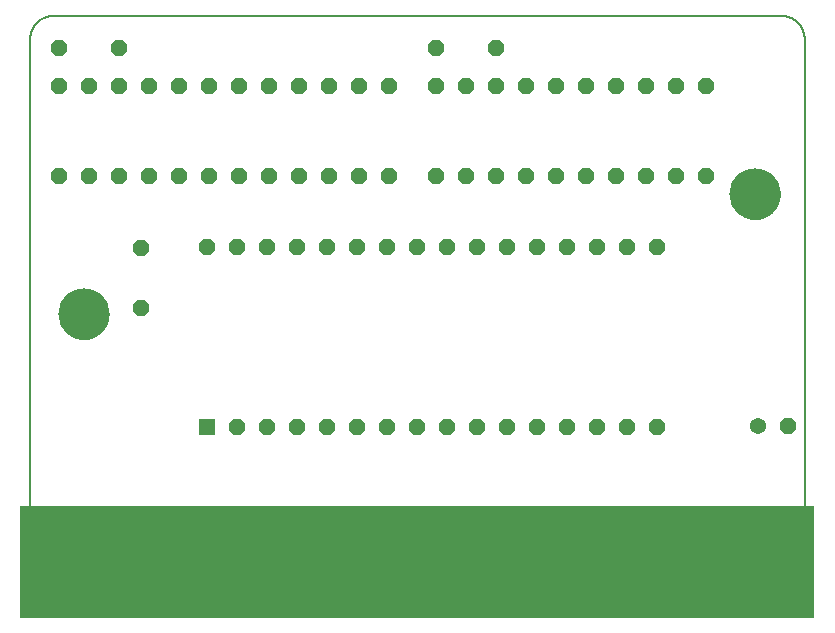
<source format=gbs>
G75*
%MOIN*%
%OFA0B0*%
%FSLAX25Y25*%
%IPPOS*%
%LPD*%
%AMOC8*
5,1,8,0,0,1.08239X$1,22.5*
%
%ADD10C,0.00600*%
%ADD11R,0.05400X0.05400*%
%ADD12OC8,0.05400*%
%ADD13C,0.05400*%
%ADD14C,0.01650*%
%ADD15C,0.00000*%
%ADD16C,0.17135*%
%ADD17R,2.65000X0.37500*%
D10*
X0073680Y0007250D02*
X0076493Y0004438D01*
X0328993Y0004438D01*
X0331805Y0007250D01*
X0331805Y0194125D01*
X0331803Y0194306D01*
X0331796Y0194487D01*
X0331785Y0194668D01*
X0331770Y0194849D01*
X0331750Y0195029D01*
X0331726Y0195209D01*
X0331698Y0195388D01*
X0331665Y0195566D01*
X0331628Y0195743D01*
X0331587Y0195920D01*
X0331542Y0196095D01*
X0331492Y0196270D01*
X0331438Y0196443D01*
X0331380Y0196614D01*
X0331318Y0196785D01*
X0331251Y0196953D01*
X0331181Y0197120D01*
X0331107Y0197286D01*
X0331028Y0197449D01*
X0330946Y0197610D01*
X0330860Y0197770D01*
X0330770Y0197927D01*
X0330676Y0198082D01*
X0330579Y0198235D01*
X0330477Y0198385D01*
X0330373Y0198533D01*
X0330264Y0198679D01*
X0330153Y0198821D01*
X0330037Y0198961D01*
X0329919Y0199098D01*
X0329797Y0199233D01*
X0329672Y0199364D01*
X0329544Y0199492D01*
X0329413Y0199617D01*
X0329278Y0199739D01*
X0329141Y0199857D01*
X0329001Y0199973D01*
X0328859Y0200084D01*
X0328713Y0200193D01*
X0328565Y0200297D01*
X0328415Y0200399D01*
X0328262Y0200496D01*
X0328107Y0200590D01*
X0327950Y0200680D01*
X0327790Y0200766D01*
X0327629Y0200848D01*
X0327466Y0200927D01*
X0327300Y0201001D01*
X0327133Y0201071D01*
X0326965Y0201138D01*
X0326794Y0201200D01*
X0326623Y0201258D01*
X0326450Y0201312D01*
X0326275Y0201362D01*
X0326100Y0201407D01*
X0325923Y0201448D01*
X0325746Y0201485D01*
X0325568Y0201518D01*
X0325389Y0201546D01*
X0325209Y0201570D01*
X0325029Y0201590D01*
X0324848Y0201605D01*
X0324667Y0201616D01*
X0324486Y0201623D01*
X0324305Y0201625D01*
X0081180Y0201625D01*
X0080999Y0201623D01*
X0080818Y0201616D01*
X0080637Y0201605D01*
X0080456Y0201590D01*
X0080276Y0201570D01*
X0080096Y0201546D01*
X0079917Y0201518D01*
X0079739Y0201485D01*
X0079562Y0201448D01*
X0079385Y0201407D01*
X0079210Y0201362D01*
X0079035Y0201312D01*
X0078862Y0201258D01*
X0078691Y0201200D01*
X0078520Y0201138D01*
X0078352Y0201071D01*
X0078185Y0201001D01*
X0078019Y0200927D01*
X0077856Y0200848D01*
X0077695Y0200766D01*
X0077535Y0200680D01*
X0077378Y0200590D01*
X0077223Y0200496D01*
X0077070Y0200399D01*
X0076920Y0200297D01*
X0076772Y0200193D01*
X0076626Y0200084D01*
X0076484Y0199973D01*
X0076344Y0199857D01*
X0076207Y0199739D01*
X0076072Y0199617D01*
X0075941Y0199492D01*
X0075813Y0199364D01*
X0075688Y0199233D01*
X0075566Y0199098D01*
X0075448Y0198961D01*
X0075332Y0198821D01*
X0075221Y0198679D01*
X0075112Y0198533D01*
X0075008Y0198385D01*
X0074906Y0198235D01*
X0074809Y0198082D01*
X0074715Y0197927D01*
X0074625Y0197770D01*
X0074539Y0197610D01*
X0074457Y0197449D01*
X0074378Y0197286D01*
X0074304Y0197120D01*
X0074234Y0196953D01*
X0074167Y0196785D01*
X0074105Y0196614D01*
X0074047Y0196443D01*
X0073993Y0196270D01*
X0073943Y0196095D01*
X0073898Y0195920D01*
X0073857Y0195743D01*
X0073820Y0195566D01*
X0073787Y0195388D01*
X0073759Y0195209D01*
X0073735Y0195029D01*
X0073715Y0194849D01*
X0073700Y0194668D01*
X0073689Y0194487D01*
X0073682Y0194306D01*
X0073680Y0194125D01*
X0073680Y0007250D01*
D11*
X0132743Y0064625D03*
D12*
X0142743Y0064625D03*
X0152743Y0064625D03*
X0162743Y0064625D03*
X0172743Y0064625D03*
X0182743Y0064625D03*
X0192743Y0064625D03*
X0202743Y0064625D03*
X0212743Y0064625D03*
X0222743Y0064625D03*
X0232743Y0064625D03*
X0242743Y0064625D03*
X0252743Y0064625D03*
X0262743Y0064625D03*
X0272743Y0064625D03*
X0282743Y0064625D03*
X0326180Y0064875D03*
X0282743Y0124625D03*
X0272743Y0124625D03*
X0262743Y0124625D03*
X0252743Y0124625D03*
X0242743Y0124625D03*
X0232743Y0124625D03*
X0222743Y0124625D03*
X0212743Y0124625D03*
X0202743Y0124625D03*
X0192743Y0124625D03*
X0182743Y0124625D03*
X0172743Y0124625D03*
X0162743Y0124625D03*
X0152743Y0124625D03*
X0142743Y0124625D03*
X0132743Y0124625D03*
X0110555Y0124437D03*
X0110555Y0104437D03*
X0113368Y0148375D03*
X0123368Y0148375D03*
X0133368Y0148375D03*
X0143368Y0148375D03*
X0153368Y0148375D03*
X0163368Y0148375D03*
X0173368Y0148375D03*
X0183368Y0148375D03*
X0193368Y0148375D03*
X0208993Y0148188D03*
X0218993Y0148188D03*
X0228993Y0148188D03*
X0238993Y0148188D03*
X0248993Y0148188D03*
X0258993Y0148188D03*
X0268993Y0148188D03*
X0278993Y0148188D03*
X0288993Y0148188D03*
X0298993Y0148188D03*
X0298993Y0178187D03*
X0288993Y0178187D03*
X0278993Y0178187D03*
X0268993Y0178187D03*
X0258993Y0178187D03*
X0248993Y0178187D03*
X0238993Y0178187D03*
X0228993Y0178187D03*
X0218993Y0178187D03*
X0208993Y0178187D03*
X0193368Y0178375D03*
X0183368Y0178375D03*
X0173368Y0178375D03*
X0163368Y0178375D03*
X0153368Y0178375D03*
X0143368Y0178375D03*
X0133368Y0178375D03*
X0123368Y0178375D03*
X0113368Y0178375D03*
X0103368Y0178375D03*
X0093368Y0178375D03*
X0083368Y0178375D03*
X0083181Y0191000D03*
X0103181Y0191000D03*
X0103368Y0148375D03*
X0093368Y0148375D03*
X0083368Y0148375D03*
X0209017Y0190838D03*
X0229017Y0190838D03*
D13*
X0316180Y0064875D03*
D14*
X0315218Y0035725D02*
X0310268Y0035725D01*
X0315218Y0035725D02*
X0315218Y0011275D01*
X0310268Y0011275D01*
X0310268Y0035725D01*
X0310268Y0012924D02*
X0315218Y0012924D01*
X0315218Y0014573D02*
X0310268Y0014573D01*
X0310268Y0016222D02*
X0315218Y0016222D01*
X0315218Y0017871D02*
X0310268Y0017871D01*
X0310268Y0019520D02*
X0315218Y0019520D01*
X0315218Y0021169D02*
X0310268Y0021169D01*
X0310268Y0022818D02*
X0315218Y0022818D01*
X0315218Y0024467D02*
X0310268Y0024467D01*
X0310268Y0026116D02*
X0315218Y0026116D01*
X0315218Y0027765D02*
X0310268Y0027765D01*
X0310268Y0029414D02*
X0315218Y0029414D01*
X0315218Y0031063D02*
X0310268Y0031063D01*
X0310268Y0032712D02*
X0315218Y0032712D01*
X0315218Y0034361D02*
X0310268Y0034361D01*
X0305218Y0035725D02*
X0300268Y0035725D01*
X0305218Y0035725D02*
X0305218Y0011275D01*
X0300268Y0011275D01*
X0300268Y0035725D01*
X0300268Y0012924D02*
X0305218Y0012924D01*
X0305218Y0014573D02*
X0300268Y0014573D01*
X0300268Y0016222D02*
X0305218Y0016222D01*
X0305218Y0017871D02*
X0300268Y0017871D01*
X0300268Y0019520D02*
X0305218Y0019520D01*
X0305218Y0021169D02*
X0300268Y0021169D01*
X0300268Y0022818D02*
X0305218Y0022818D01*
X0305218Y0024467D02*
X0300268Y0024467D01*
X0300268Y0026116D02*
X0305218Y0026116D01*
X0305218Y0027765D02*
X0300268Y0027765D01*
X0300268Y0029414D02*
X0305218Y0029414D01*
X0305218Y0031063D02*
X0300268Y0031063D01*
X0300268Y0032712D02*
X0305218Y0032712D01*
X0305218Y0034361D02*
X0300268Y0034361D01*
X0295218Y0035725D02*
X0290268Y0035725D01*
X0295218Y0035725D02*
X0295218Y0011275D01*
X0290268Y0011275D01*
X0290268Y0035725D01*
X0290268Y0012924D02*
X0295218Y0012924D01*
X0295218Y0014573D02*
X0290268Y0014573D01*
X0290268Y0016222D02*
X0295218Y0016222D01*
X0295218Y0017871D02*
X0290268Y0017871D01*
X0290268Y0019520D02*
X0295218Y0019520D01*
X0295218Y0021169D02*
X0290268Y0021169D01*
X0290268Y0022818D02*
X0295218Y0022818D01*
X0295218Y0024467D02*
X0290268Y0024467D01*
X0290268Y0026116D02*
X0295218Y0026116D01*
X0295218Y0027765D02*
X0290268Y0027765D01*
X0290268Y0029414D02*
X0295218Y0029414D01*
X0295218Y0031063D02*
X0290268Y0031063D01*
X0290268Y0032712D02*
X0295218Y0032712D01*
X0295218Y0034361D02*
X0290268Y0034361D01*
X0285218Y0035725D02*
X0280268Y0035725D01*
X0285218Y0035725D02*
X0285218Y0011275D01*
X0280268Y0011275D01*
X0280268Y0035725D01*
X0280268Y0012924D02*
X0285218Y0012924D01*
X0285218Y0014573D02*
X0280268Y0014573D01*
X0280268Y0016222D02*
X0285218Y0016222D01*
X0285218Y0017871D02*
X0280268Y0017871D01*
X0280268Y0019520D02*
X0285218Y0019520D01*
X0285218Y0021169D02*
X0280268Y0021169D01*
X0280268Y0022818D02*
X0285218Y0022818D01*
X0285218Y0024467D02*
X0280268Y0024467D01*
X0280268Y0026116D02*
X0285218Y0026116D01*
X0285218Y0027765D02*
X0280268Y0027765D01*
X0280268Y0029414D02*
X0285218Y0029414D01*
X0285218Y0031063D02*
X0280268Y0031063D01*
X0280268Y0032712D02*
X0285218Y0032712D01*
X0285218Y0034361D02*
X0280268Y0034361D01*
X0275218Y0035725D02*
X0270268Y0035725D01*
X0275218Y0035725D02*
X0275218Y0011275D01*
X0270268Y0011275D01*
X0270268Y0035725D01*
X0270268Y0012924D02*
X0275218Y0012924D01*
X0275218Y0014573D02*
X0270268Y0014573D01*
X0270268Y0016222D02*
X0275218Y0016222D01*
X0275218Y0017871D02*
X0270268Y0017871D01*
X0270268Y0019520D02*
X0275218Y0019520D01*
X0275218Y0021169D02*
X0270268Y0021169D01*
X0270268Y0022818D02*
X0275218Y0022818D01*
X0275218Y0024467D02*
X0270268Y0024467D01*
X0270268Y0026116D02*
X0275218Y0026116D01*
X0275218Y0027765D02*
X0270268Y0027765D01*
X0270268Y0029414D02*
X0275218Y0029414D01*
X0275218Y0031063D02*
X0270268Y0031063D01*
X0270268Y0032712D02*
X0275218Y0032712D01*
X0275218Y0034361D02*
X0270268Y0034361D01*
X0265218Y0035725D02*
X0260268Y0035725D01*
X0265218Y0035725D02*
X0265218Y0011275D01*
X0260268Y0011275D01*
X0260268Y0035725D01*
X0260268Y0012924D02*
X0265218Y0012924D01*
X0265218Y0014573D02*
X0260268Y0014573D01*
X0260268Y0016222D02*
X0265218Y0016222D01*
X0265218Y0017871D02*
X0260268Y0017871D01*
X0260268Y0019520D02*
X0265218Y0019520D01*
X0265218Y0021169D02*
X0260268Y0021169D01*
X0260268Y0022818D02*
X0265218Y0022818D01*
X0265218Y0024467D02*
X0260268Y0024467D01*
X0260268Y0026116D02*
X0265218Y0026116D01*
X0265218Y0027765D02*
X0260268Y0027765D01*
X0260268Y0029414D02*
X0265218Y0029414D01*
X0265218Y0031063D02*
X0260268Y0031063D01*
X0260268Y0032712D02*
X0265218Y0032712D01*
X0265218Y0034361D02*
X0260268Y0034361D01*
X0255218Y0035725D02*
X0250268Y0035725D01*
X0255218Y0035725D02*
X0255218Y0011275D01*
X0250268Y0011275D01*
X0250268Y0035725D01*
X0250268Y0012924D02*
X0255218Y0012924D01*
X0255218Y0014573D02*
X0250268Y0014573D01*
X0250268Y0016222D02*
X0255218Y0016222D01*
X0255218Y0017871D02*
X0250268Y0017871D01*
X0250268Y0019520D02*
X0255218Y0019520D01*
X0255218Y0021169D02*
X0250268Y0021169D01*
X0250268Y0022818D02*
X0255218Y0022818D01*
X0255218Y0024467D02*
X0250268Y0024467D01*
X0250268Y0026116D02*
X0255218Y0026116D01*
X0255218Y0027765D02*
X0250268Y0027765D01*
X0250268Y0029414D02*
X0255218Y0029414D01*
X0255218Y0031063D02*
X0250268Y0031063D01*
X0250268Y0032712D02*
X0255218Y0032712D01*
X0255218Y0034361D02*
X0250268Y0034361D01*
X0245218Y0035725D02*
X0240268Y0035725D01*
X0245218Y0035725D02*
X0245218Y0011275D01*
X0240268Y0011275D01*
X0240268Y0035725D01*
X0240268Y0012924D02*
X0245218Y0012924D01*
X0245218Y0014573D02*
X0240268Y0014573D01*
X0240268Y0016222D02*
X0245218Y0016222D01*
X0245218Y0017871D02*
X0240268Y0017871D01*
X0240268Y0019520D02*
X0245218Y0019520D01*
X0245218Y0021169D02*
X0240268Y0021169D01*
X0240268Y0022818D02*
X0245218Y0022818D01*
X0245218Y0024467D02*
X0240268Y0024467D01*
X0240268Y0026116D02*
X0245218Y0026116D01*
X0245218Y0027765D02*
X0240268Y0027765D01*
X0240268Y0029414D02*
X0245218Y0029414D01*
X0245218Y0031063D02*
X0240268Y0031063D01*
X0240268Y0032712D02*
X0245218Y0032712D01*
X0245218Y0034361D02*
X0240268Y0034361D01*
X0235218Y0035725D02*
X0230268Y0035725D01*
X0235218Y0035725D02*
X0235218Y0011275D01*
X0230268Y0011275D01*
X0230268Y0035725D01*
X0230268Y0012924D02*
X0235218Y0012924D01*
X0235218Y0014573D02*
X0230268Y0014573D01*
X0230268Y0016222D02*
X0235218Y0016222D01*
X0235218Y0017871D02*
X0230268Y0017871D01*
X0230268Y0019520D02*
X0235218Y0019520D01*
X0235218Y0021169D02*
X0230268Y0021169D01*
X0230268Y0022818D02*
X0235218Y0022818D01*
X0235218Y0024467D02*
X0230268Y0024467D01*
X0230268Y0026116D02*
X0235218Y0026116D01*
X0235218Y0027765D02*
X0230268Y0027765D01*
X0230268Y0029414D02*
X0235218Y0029414D01*
X0235218Y0031063D02*
X0230268Y0031063D01*
X0230268Y0032712D02*
X0235218Y0032712D01*
X0235218Y0034361D02*
X0230268Y0034361D01*
X0225218Y0035725D02*
X0220268Y0035725D01*
X0225218Y0035725D02*
X0225218Y0011275D01*
X0220268Y0011275D01*
X0220268Y0035725D01*
X0220268Y0012924D02*
X0225218Y0012924D01*
X0225218Y0014573D02*
X0220268Y0014573D01*
X0220268Y0016222D02*
X0225218Y0016222D01*
X0225218Y0017871D02*
X0220268Y0017871D01*
X0220268Y0019520D02*
X0225218Y0019520D01*
X0225218Y0021169D02*
X0220268Y0021169D01*
X0220268Y0022818D02*
X0225218Y0022818D01*
X0225218Y0024467D02*
X0220268Y0024467D01*
X0220268Y0026116D02*
X0225218Y0026116D01*
X0225218Y0027765D02*
X0220268Y0027765D01*
X0220268Y0029414D02*
X0225218Y0029414D01*
X0225218Y0031063D02*
X0220268Y0031063D01*
X0220268Y0032712D02*
X0225218Y0032712D01*
X0225218Y0034361D02*
X0220268Y0034361D01*
X0215218Y0035725D02*
X0210268Y0035725D01*
X0215218Y0035725D02*
X0215218Y0011275D01*
X0210268Y0011275D01*
X0210268Y0035725D01*
X0210268Y0012924D02*
X0215218Y0012924D01*
X0215218Y0014573D02*
X0210268Y0014573D01*
X0210268Y0016222D02*
X0215218Y0016222D01*
X0215218Y0017871D02*
X0210268Y0017871D01*
X0210268Y0019520D02*
X0215218Y0019520D01*
X0215218Y0021169D02*
X0210268Y0021169D01*
X0210268Y0022818D02*
X0215218Y0022818D01*
X0215218Y0024467D02*
X0210268Y0024467D01*
X0210268Y0026116D02*
X0215218Y0026116D01*
X0215218Y0027765D02*
X0210268Y0027765D01*
X0210268Y0029414D02*
X0215218Y0029414D01*
X0215218Y0031063D02*
X0210268Y0031063D01*
X0210268Y0032712D02*
X0215218Y0032712D01*
X0215218Y0034361D02*
X0210268Y0034361D01*
X0205218Y0035725D02*
X0200268Y0035725D01*
X0205218Y0035725D02*
X0205218Y0011275D01*
X0200268Y0011275D01*
X0200268Y0035725D01*
X0200268Y0012924D02*
X0205218Y0012924D01*
X0205218Y0014573D02*
X0200268Y0014573D01*
X0200268Y0016222D02*
X0205218Y0016222D01*
X0205218Y0017871D02*
X0200268Y0017871D01*
X0200268Y0019520D02*
X0205218Y0019520D01*
X0205218Y0021169D02*
X0200268Y0021169D01*
X0200268Y0022818D02*
X0205218Y0022818D01*
X0205218Y0024467D02*
X0200268Y0024467D01*
X0200268Y0026116D02*
X0205218Y0026116D01*
X0205218Y0027765D02*
X0200268Y0027765D01*
X0200268Y0029414D02*
X0205218Y0029414D01*
X0205218Y0031063D02*
X0200268Y0031063D01*
X0200268Y0032712D02*
X0205218Y0032712D01*
X0205218Y0034361D02*
X0200268Y0034361D01*
X0195218Y0035725D02*
X0190268Y0035725D01*
X0195218Y0035725D02*
X0195218Y0011275D01*
X0190268Y0011275D01*
X0190268Y0035725D01*
X0190268Y0012924D02*
X0195218Y0012924D01*
X0195218Y0014573D02*
X0190268Y0014573D01*
X0190268Y0016222D02*
X0195218Y0016222D01*
X0195218Y0017871D02*
X0190268Y0017871D01*
X0190268Y0019520D02*
X0195218Y0019520D01*
X0195218Y0021169D02*
X0190268Y0021169D01*
X0190268Y0022818D02*
X0195218Y0022818D01*
X0195218Y0024467D02*
X0190268Y0024467D01*
X0190268Y0026116D02*
X0195218Y0026116D01*
X0195218Y0027765D02*
X0190268Y0027765D01*
X0190268Y0029414D02*
X0195218Y0029414D01*
X0195218Y0031063D02*
X0190268Y0031063D01*
X0190268Y0032712D02*
X0195218Y0032712D01*
X0195218Y0034361D02*
X0190268Y0034361D01*
X0185218Y0035725D02*
X0180268Y0035725D01*
X0185218Y0035725D02*
X0185218Y0011275D01*
X0180268Y0011275D01*
X0180268Y0035725D01*
X0180268Y0012924D02*
X0185218Y0012924D01*
X0185218Y0014573D02*
X0180268Y0014573D01*
X0180268Y0016222D02*
X0185218Y0016222D01*
X0185218Y0017871D02*
X0180268Y0017871D01*
X0180268Y0019520D02*
X0185218Y0019520D01*
X0185218Y0021169D02*
X0180268Y0021169D01*
X0180268Y0022818D02*
X0185218Y0022818D01*
X0185218Y0024467D02*
X0180268Y0024467D01*
X0180268Y0026116D02*
X0185218Y0026116D01*
X0185218Y0027765D02*
X0180268Y0027765D01*
X0180268Y0029414D02*
X0185218Y0029414D01*
X0185218Y0031063D02*
X0180268Y0031063D01*
X0180268Y0032712D02*
X0185218Y0032712D01*
X0185218Y0034361D02*
X0180268Y0034361D01*
X0175218Y0035725D02*
X0170268Y0035725D01*
X0175218Y0035725D02*
X0175218Y0011275D01*
X0170268Y0011275D01*
X0170268Y0035725D01*
X0170268Y0012924D02*
X0175218Y0012924D01*
X0175218Y0014573D02*
X0170268Y0014573D01*
X0170268Y0016222D02*
X0175218Y0016222D01*
X0175218Y0017871D02*
X0170268Y0017871D01*
X0170268Y0019520D02*
X0175218Y0019520D01*
X0175218Y0021169D02*
X0170268Y0021169D01*
X0170268Y0022818D02*
X0175218Y0022818D01*
X0175218Y0024467D02*
X0170268Y0024467D01*
X0170268Y0026116D02*
X0175218Y0026116D01*
X0175218Y0027765D02*
X0170268Y0027765D01*
X0170268Y0029414D02*
X0175218Y0029414D01*
X0175218Y0031063D02*
X0170268Y0031063D01*
X0170268Y0032712D02*
X0175218Y0032712D01*
X0175218Y0034361D02*
X0170268Y0034361D01*
X0165218Y0035725D02*
X0160268Y0035725D01*
X0165218Y0035725D02*
X0165218Y0011275D01*
X0160268Y0011275D01*
X0160268Y0035725D01*
X0160268Y0012924D02*
X0165218Y0012924D01*
X0165218Y0014573D02*
X0160268Y0014573D01*
X0160268Y0016222D02*
X0165218Y0016222D01*
X0165218Y0017871D02*
X0160268Y0017871D01*
X0160268Y0019520D02*
X0165218Y0019520D01*
X0165218Y0021169D02*
X0160268Y0021169D01*
X0160268Y0022818D02*
X0165218Y0022818D01*
X0165218Y0024467D02*
X0160268Y0024467D01*
X0160268Y0026116D02*
X0165218Y0026116D01*
X0165218Y0027765D02*
X0160268Y0027765D01*
X0160268Y0029414D02*
X0165218Y0029414D01*
X0165218Y0031063D02*
X0160268Y0031063D01*
X0160268Y0032712D02*
X0165218Y0032712D01*
X0165218Y0034361D02*
X0160268Y0034361D01*
X0155218Y0035725D02*
X0150268Y0035725D01*
X0155218Y0035725D02*
X0155218Y0011275D01*
X0150268Y0011275D01*
X0150268Y0035725D01*
X0150268Y0012924D02*
X0155218Y0012924D01*
X0155218Y0014573D02*
X0150268Y0014573D01*
X0150268Y0016222D02*
X0155218Y0016222D01*
X0155218Y0017871D02*
X0150268Y0017871D01*
X0150268Y0019520D02*
X0155218Y0019520D01*
X0155218Y0021169D02*
X0150268Y0021169D01*
X0150268Y0022818D02*
X0155218Y0022818D01*
X0155218Y0024467D02*
X0150268Y0024467D01*
X0150268Y0026116D02*
X0155218Y0026116D01*
X0155218Y0027765D02*
X0150268Y0027765D01*
X0150268Y0029414D02*
X0155218Y0029414D01*
X0155218Y0031063D02*
X0150268Y0031063D01*
X0150268Y0032712D02*
X0155218Y0032712D01*
X0155218Y0034361D02*
X0150268Y0034361D01*
X0145218Y0035725D02*
X0140268Y0035725D01*
X0145218Y0035725D02*
X0145218Y0011275D01*
X0140268Y0011275D01*
X0140268Y0035725D01*
X0140268Y0012924D02*
X0145218Y0012924D01*
X0145218Y0014573D02*
X0140268Y0014573D01*
X0140268Y0016222D02*
X0145218Y0016222D01*
X0145218Y0017871D02*
X0140268Y0017871D01*
X0140268Y0019520D02*
X0145218Y0019520D01*
X0145218Y0021169D02*
X0140268Y0021169D01*
X0140268Y0022818D02*
X0145218Y0022818D01*
X0145218Y0024467D02*
X0140268Y0024467D01*
X0140268Y0026116D02*
X0145218Y0026116D01*
X0145218Y0027765D02*
X0140268Y0027765D01*
X0140268Y0029414D02*
X0145218Y0029414D01*
X0145218Y0031063D02*
X0140268Y0031063D01*
X0140268Y0032712D02*
X0145218Y0032712D01*
X0145218Y0034361D02*
X0140268Y0034361D01*
X0135218Y0035725D02*
X0130268Y0035725D01*
X0135218Y0035725D02*
X0135218Y0011275D01*
X0130268Y0011275D01*
X0130268Y0035725D01*
X0130268Y0012924D02*
X0135218Y0012924D01*
X0135218Y0014573D02*
X0130268Y0014573D01*
X0130268Y0016222D02*
X0135218Y0016222D01*
X0135218Y0017871D02*
X0130268Y0017871D01*
X0130268Y0019520D02*
X0135218Y0019520D01*
X0135218Y0021169D02*
X0130268Y0021169D01*
X0130268Y0022818D02*
X0135218Y0022818D01*
X0135218Y0024467D02*
X0130268Y0024467D01*
X0130268Y0026116D02*
X0135218Y0026116D01*
X0135218Y0027765D02*
X0130268Y0027765D01*
X0130268Y0029414D02*
X0135218Y0029414D01*
X0135218Y0031063D02*
X0130268Y0031063D01*
X0130268Y0032712D02*
X0135218Y0032712D01*
X0135218Y0034361D02*
X0130268Y0034361D01*
X0125218Y0035725D02*
X0120268Y0035725D01*
X0125218Y0035725D02*
X0125218Y0011275D01*
X0120268Y0011275D01*
X0120268Y0035725D01*
X0120268Y0012924D02*
X0125218Y0012924D01*
X0125218Y0014573D02*
X0120268Y0014573D01*
X0120268Y0016222D02*
X0125218Y0016222D01*
X0125218Y0017871D02*
X0120268Y0017871D01*
X0120268Y0019520D02*
X0125218Y0019520D01*
X0125218Y0021169D02*
X0120268Y0021169D01*
X0120268Y0022818D02*
X0125218Y0022818D01*
X0125218Y0024467D02*
X0120268Y0024467D01*
X0120268Y0026116D02*
X0125218Y0026116D01*
X0125218Y0027765D02*
X0120268Y0027765D01*
X0120268Y0029414D02*
X0125218Y0029414D01*
X0125218Y0031063D02*
X0120268Y0031063D01*
X0120268Y0032712D02*
X0125218Y0032712D01*
X0125218Y0034361D02*
X0120268Y0034361D01*
X0115218Y0035725D02*
X0110268Y0035725D01*
X0115218Y0035725D02*
X0115218Y0011275D01*
X0110268Y0011275D01*
X0110268Y0035725D01*
X0110268Y0012924D02*
X0115218Y0012924D01*
X0115218Y0014573D02*
X0110268Y0014573D01*
X0110268Y0016222D02*
X0115218Y0016222D01*
X0115218Y0017871D02*
X0110268Y0017871D01*
X0110268Y0019520D02*
X0115218Y0019520D01*
X0115218Y0021169D02*
X0110268Y0021169D01*
X0110268Y0022818D02*
X0115218Y0022818D01*
X0115218Y0024467D02*
X0110268Y0024467D01*
X0110268Y0026116D02*
X0115218Y0026116D01*
X0115218Y0027765D02*
X0110268Y0027765D01*
X0110268Y0029414D02*
X0115218Y0029414D01*
X0115218Y0031063D02*
X0110268Y0031063D01*
X0110268Y0032712D02*
X0115218Y0032712D01*
X0115218Y0034361D02*
X0110268Y0034361D01*
X0105218Y0035725D02*
X0100268Y0035725D01*
X0105218Y0035725D02*
X0105218Y0011275D01*
X0100268Y0011275D01*
X0100268Y0035725D01*
X0100268Y0012924D02*
X0105218Y0012924D01*
X0105218Y0014573D02*
X0100268Y0014573D01*
X0100268Y0016222D02*
X0105218Y0016222D01*
X0105218Y0017871D02*
X0100268Y0017871D01*
X0100268Y0019520D02*
X0105218Y0019520D01*
X0105218Y0021169D02*
X0100268Y0021169D01*
X0100268Y0022818D02*
X0105218Y0022818D01*
X0105218Y0024467D02*
X0100268Y0024467D01*
X0100268Y0026116D02*
X0105218Y0026116D01*
X0105218Y0027765D02*
X0100268Y0027765D01*
X0100268Y0029414D02*
X0105218Y0029414D01*
X0105218Y0031063D02*
X0100268Y0031063D01*
X0100268Y0032712D02*
X0105218Y0032712D01*
X0105218Y0034361D02*
X0100268Y0034361D01*
X0095218Y0035725D02*
X0090268Y0035725D01*
X0095218Y0035725D02*
X0095218Y0011275D01*
X0090268Y0011275D01*
X0090268Y0035725D01*
X0090268Y0012924D02*
X0095218Y0012924D01*
X0095218Y0014573D02*
X0090268Y0014573D01*
X0090268Y0016222D02*
X0095218Y0016222D01*
X0095218Y0017871D02*
X0090268Y0017871D01*
X0090268Y0019520D02*
X0095218Y0019520D01*
X0095218Y0021169D02*
X0090268Y0021169D01*
X0090268Y0022818D02*
X0095218Y0022818D01*
X0095218Y0024467D02*
X0090268Y0024467D01*
X0090268Y0026116D02*
X0095218Y0026116D01*
X0095218Y0027765D02*
X0090268Y0027765D01*
X0090268Y0029414D02*
X0095218Y0029414D01*
X0095218Y0031063D02*
X0090268Y0031063D01*
X0090268Y0032712D02*
X0095218Y0032712D01*
X0095218Y0034361D02*
X0090268Y0034361D01*
X0085218Y0035725D02*
X0080268Y0035725D01*
X0085218Y0035725D02*
X0085218Y0011275D01*
X0080268Y0011275D01*
X0080268Y0035725D01*
X0080268Y0012924D02*
X0085218Y0012924D01*
X0085218Y0014573D02*
X0080268Y0014573D01*
X0080268Y0016222D02*
X0085218Y0016222D01*
X0085218Y0017871D02*
X0080268Y0017871D01*
X0080268Y0019520D02*
X0085218Y0019520D01*
X0085218Y0021169D02*
X0080268Y0021169D01*
X0080268Y0022818D02*
X0085218Y0022818D01*
X0085218Y0024467D02*
X0080268Y0024467D01*
X0080268Y0026116D02*
X0085218Y0026116D01*
X0085218Y0027765D02*
X0080268Y0027765D01*
X0080268Y0029414D02*
X0085218Y0029414D01*
X0085218Y0031063D02*
X0080268Y0031063D01*
X0080268Y0032712D02*
X0085218Y0032712D01*
X0085218Y0034361D02*
X0080268Y0034361D01*
X0320268Y0035725D02*
X0325218Y0035725D01*
X0325218Y0011275D01*
X0320268Y0011275D01*
X0320268Y0035725D01*
X0320268Y0012924D02*
X0325218Y0012924D01*
X0325218Y0014573D02*
X0320268Y0014573D01*
X0320268Y0016222D02*
X0325218Y0016222D01*
X0325218Y0017871D02*
X0320268Y0017871D01*
X0320268Y0019520D02*
X0325218Y0019520D01*
X0325218Y0021169D02*
X0320268Y0021169D01*
X0320268Y0022818D02*
X0325218Y0022818D01*
X0325218Y0024467D02*
X0320268Y0024467D01*
X0320268Y0026116D02*
X0325218Y0026116D01*
X0325218Y0027765D02*
X0320268Y0027765D01*
X0320268Y0029414D02*
X0325218Y0029414D01*
X0325218Y0031063D02*
X0320268Y0031063D01*
X0320268Y0032712D02*
X0325218Y0032712D01*
X0325218Y0034361D02*
X0320268Y0034361D01*
D15*
X0306975Y0142250D02*
X0306977Y0142453D01*
X0306985Y0142656D01*
X0306997Y0142858D01*
X0307015Y0143060D01*
X0307037Y0143262D01*
X0307064Y0143463D01*
X0307097Y0143664D01*
X0307134Y0143863D01*
X0307176Y0144062D01*
X0307223Y0144259D01*
X0307274Y0144455D01*
X0307331Y0144650D01*
X0307392Y0144844D01*
X0307458Y0145035D01*
X0307529Y0145226D01*
X0307604Y0145414D01*
X0307684Y0145601D01*
X0307769Y0145785D01*
X0307858Y0145967D01*
X0307951Y0146148D01*
X0308049Y0146325D01*
X0308151Y0146501D01*
X0308258Y0146673D01*
X0308368Y0146843D01*
X0308483Y0147011D01*
X0308602Y0147175D01*
X0308725Y0147337D01*
X0308852Y0147495D01*
X0308982Y0147650D01*
X0309117Y0147802D01*
X0309255Y0147951D01*
X0309397Y0148096D01*
X0309542Y0148238D01*
X0309691Y0148376D01*
X0309843Y0148511D01*
X0309998Y0148641D01*
X0310156Y0148768D01*
X0310318Y0148891D01*
X0310482Y0149010D01*
X0310650Y0149125D01*
X0310820Y0149235D01*
X0310992Y0149342D01*
X0311168Y0149444D01*
X0311345Y0149542D01*
X0311526Y0149635D01*
X0311708Y0149724D01*
X0311892Y0149809D01*
X0312079Y0149889D01*
X0312267Y0149964D01*
X0312458Y0150035D01*
X0312649Y0150101D01*
X0312843Y0150162D01*
X0313038Y0150219D01*
X0313234Y0150270D01*
X0313431Y0150317D01*
X0313630Y0150359D01*
X0313829Y0150396D01*
X0314030Y0150429D01*
X0314231Y0150456D01*
X0314433Y0150478D01*
X0314635Y0150496D01*
X0314837Y0150508D01*
X0315040Y0150516D01*
X0315243Y0150518D01*
X0315446Y0150516D01*
X0315649Y0150508D01*
X0315851Y0150496D01*
X0316053Y0150478D01*
X0316255Y0150456D01*
X0316456Y0150429D01*
X0316657Y0150396D01*
X0316856Y0150359D01*
X0317055Y0150317D01*
X0317252Y0150270D01*
X0317448Y0150219D01*
X0317643Y0150162D01*
X0317837Y0150101D01*
X0318028Y0150035D01*
X0318219Y0149964D01*
X0318407Y0149889D01*
X0318594Y0149809D01*
X0318778Y0149724D01*
X0318960Y0149635D01*
X0319141Y0149542D01*
X0319318Y0149444D01*
X0319494Y0149342D01*
X0319666Y0149235D01*
X0319836Y0149125D01*
X0320004Y0149010D01*
X0320168Y0148891D01*
X0320330Y0148768D01*
X0320488Y0148641D01*
X0320643Y0148511D01*
X0320795Y0148376D01*
X0320944Y0148238D01*
X0321089Y0148096D01*
X0321231Y0147951D01*
X0321369Y0147802D01*
X0321504Y0147650D01*
X0321634Y0147495D01*
X0321761Y0147337D01*
X0321884Y0147175D01*
X0322003Y0147011D01*
X0322118Y0146843D01*
X0322228Y0146673D01*
X0322335Y0146501D01*
X0322437Y0146325D01*
X0322535Y0146148D01*
X0322628Y0145967D01*
X0322717Y0145785D01*
X0322802Y0145601D01*
X0322882Y0145414D01*
X0322957Y0145226D01*
X0323028Y0145035D01*
X0323094Y0144844D01*
X0323155Y0144650D01*
X0323212Y0144455D01*
X0323263Y0144259D01*
X0323310Y0144062D01*
X0323352Y0143863D01*
X0323389Y0143664D01*
X0323422Y0143463D01*
X0323449Y0143262D01*
X0323471Y0143060D01*
X0323489Y0142858D01*
X0323501Y0142656D01*
X0323509Y0142453D01*
X0323511Y0142250D01*
X0323509Y0142047D01*
X0323501Y0141844D01*
X0323489Y0141642D01*
X0323471Y0141440D01*
X0323449Y0141238D01*
X0323422Y0141037D01*
X0323389Y0140836D01*
X0323352Y0140637D01*
X0323310Y0140438D01*
X0323263Y0140241D01*
X0323212Y0140045D01*
X0323155Y0139850D01*
X0323094Y0139656D01*
X0323028Y0139465D01*
X0322957Y0139274D01*
X0322882Y0139086D01*
X0322802Y0138899D01*
X0322717Y0138715D01*
X0322628Y0138533D01*
X0322535Y0138352D01*
X0322437Y0138175D01*
X0322335Y0137999D01*
X0322228Y0137827D01*
X0322118Y0137657D01*
X0322003Y0137489D01*
X0321884Y0137325D01*
X0321761Y0137163D01*
X0321634Y0137005D01*
X0321504Y0136850D01*
X0321369Y0136698D01*
X0321231Y0136549D01*
X0321089Y0136404D01*
X0320944Y0136262D01*
X0320795Y0136124D01*
X0320643Y0135989D01*
X0320488Y0135859D01*
X0320330Y0135732D01*
X0320168Y0135609D01*
X0320004Y0135490D01*
X0319836Y0135375D01*
X0319666Y0135265D01*
X0319494Y0135158D01*
X0319318Y0135056D01*
X0319141Y0134958D01*
X0318960Y0134865D01*
X0318778Y0134776D01*
X0318594Y0134691D01*
X0318407Y0134611D01*
X0318219Y0134536D01*
X0318028Y0134465D01*
X0317837Y0134399D01*
X0317643Y0134338D01*
X0317448Y0134281D01*
X0317252Y0134230D01*
X0317055Y0134183D01*
X0316856Y0134141D01*
X0316657Y0134104D01*
X0316456Y0134071D01*
X0316255Y0134044D01*
X0316053Y0134022D01*
X0315851Y0134004D01*
X0315649Y0133992D01*
X0315446Y0133984D01*
X0315243Y0133982D01*
X0315040Y0133984D01*
X0314837Y0133992D01*
X0314635Y0134004D01*
X0314433Y0134022D01*
X0314231Y0134044D01*
X0314030Y0134071D01*
X0313829Y0134104D01*
X0313630Y0134141D01*
X0313431Y0134183D01*
X0313234Y0134230D01*
X0313038Y0134281D01*
X0312843Y0134338D01*
X0312649Y0134399D01*
X0312458Y0134465D01*
X0312267Y0134536D01*
X0312079Y0134611D01*
X0311892Y0134691D01*
X0311708Y0134776D01*
X0311526Y0134865D01*
X0311345Y0134958D01*
X0311168Y0135056D01*
X0310992Y0135158D01*
X0310820Y0135265D01*
X0310650Y0135375D01*
X0310482Y0135490D01*
X0310318Y0135609D01*
X0310156Y0135732D01*
X0309998Y0135859D01*
X0309843Y0135989D01*
X0309691Y0136124D01*
X0309542Y0136262D01*
X0309397Y0136404D01*
X0309255Y0136549D01*
X0309117Y0136698D01*
X0308982Y0136850D01*
X0308852Y0137005D01*
X0308725Y0137163D01*
X0308602Y0137325D01*
X0308483Y0137489D01*
X0308368Y0137657D01*
X0308258Y0137827D01*
X0308151Y0137999D01*
X0308049Y0138175D01*
X0307951Y0138352D01*
X0307858Y0138533D01*
X0307769Y0138715D01*
X0307684Y0138899D01*
X0307604Y0139086D01*
X0307529Y0139274D01*
X0307458Y0139465D01*
X0307392Y0139656D01*
X0307331Y0139850D01*
X0307274Y0140045D01*
X0307223Y0140241D01*
X0307176Y0140438D01*
X0307134Y0140637D01*
X0307097Y0140836D01*
X0307064Y0141037D01*
X0307037Y0141238D01*
X0307015Y0141440D01*
X0306997Y0141642D01*
X0306985Y0141844D01*
X0306977Y0142047D01*
X0306975Y0142250D01*
X0083254Y0102250D02*
X0083256Y0102453D01*
X0083264Y0102656D01*
X0083276Y0102858D01*
X0083294Y0103060D01*
X0083316Y0103262D01*
X0083343Y0103463D01*
X0083376Y0103664D01*
X0083413Y0103863D01*
X0083455Y0104062D01*
X0083502Y0104259D01*
X0083553Y0104455D01*
X0083610Y0104650D01*
X0083671Y0104844D01*
X0083737Y0105035D01*
X0083808Y0105226D01*
X0083883Y0105414D01*
X0083963Y0105601D01*
X0084048Y0105785D01*
X0084137Y0105967D01*
X0084230Y0106148D01*
X0084328Y0106325D01*
X0084430Y0106501D01*
X0084537Y0106673D01*
X0084647Y0106843D01*
X0084762Y0107011D01*
X0084881Y0107175D01*
X0085004Y0107337D01*
X0085131Y0107495D01*
X0085261Y0107650D01*
X0085396Y0107802D01*
X0085534Y0107951D01*
X0085676Y0108096D01*
X0085821Y0108238D01*
X0085970Y0108376D01*
X0086122Y0108511D01*
X0086277Y0108641D01*
X0086435Y0108768D01*
X0086597Y0108891D01*
X0086761Y0109010D01*
X0086929Y0109125D01*
X0087099Y0109235D01*
X0087271Y0109342D01*
X0087447Y0109444D01*
X0087624Y0109542D01*
X0087805Y0109635D01*
X0087987Y0109724D01*
X0088171Y0109809D01*
X0088358Y0109889D01*
X0088546Y0109964D01*
X0088737Y0110035D01*
X0088928Y0110101D01*
X0089122Y0110162D01*
X0089317Y0110219D01*
X0089513Y0110270D01*
X0089710Y0110317D01*
X0089909Y0110359D01*
X0090108Y0110396D01*
X0090309Y0110429D01*
X0090510Y0110456D01*
X0090712Y0110478D01*
X0090914Y0110496D01*
X0091116Y0110508D01*
X0091319Y0110516D01*
X0091522Y0110518D01*
X0091725Y0110516D01*
X0091928Y0110508D01*
X0092130Y0110496D01*
X0092332Y0110478D01*
X0092534Y0110456D01*
X0092735Y0110429D01*
X0092936Y0110396D01*
X0093135Y0110359D01*
X0093334Y0110317D01*
X0093531Y0110270D01*
X0093727Y0110219D01*
X0093922Y0110162D01*
X0094116Y0110101D01*
X0094307Y0110035D01*
X0094498Y0109964D01*
X0094686Y0109889D01*
X0094873Y0109809D01*
X0095057Y0109724D01*
X0095239Y0109635D01*
X0095420Y0109542D01*
X0095597Y0109444D01*
X0095773Y0109342D01*
X0095945Y0109235D01*
X0096115Y0109125D01*
X0096283Y0109010D01*
X0096447Y0108891D01*
X0096609Y0108768D01*
X0096767Y0108641D01*
X0096922Y0108511D01*
X0097074Y0108376D01*
X0097223Y0108238D01*
X0097368Y0108096D01*
X0097510Y0107951D01*
X0097648Y0107802D01*
X0097783Y0107650D01*
X0097913Y0107495D01*
X0098040Y0107337D01*
X0098163Y0107175D01*
X0098282Y0107011D01*
X0098397Y0106843D01*
X0098507Y0106673D01*
X0098614Y0106501D01*
X0098716Y0106325D01*
X0098814Y0106148D01*
X0098907Y0105967D01*
X0098996Y0105785D01*
X0099081Y0105601D01*
X0099161Y0105414D01*
X0099236Y0105226D01*
X0099307Y0105035D01*
X0099373Y0104844D01*
X0099434Y0104650D01*
X0099491Y0104455D01*
X0099542Y0104259D01*
X0099589Y0104062D01*
X0099631Y0103863D01*
X0099668Y0103664D01*
X0099701Y0103463D01*
X0099728Y0103262D01*
X0099750Y0103060D01*
X0099768Y0102858D01*
X0099780Y0102656D01*
X0099788Y0102453D01*
X0099790Y0102250D01*
X0099788Y0102047D01*
X0099780Y0101844D01*
X0099768Y0101642D01*
X0099750Y0101440D01*
X0099728Y0101238D01*
X0099701Y0101037D01*
X0099668Y0100836D01*
X0099631Y0100637D01*
X0099589Y0100438D01*
X0099542Y0100241D01*
X0099491Y0100045D01*
X0099434Y0099850D01*
X0099373Y0099656D01*
X0099307Y0099465D01*
X0099236Y0099274D01*
X0099161Y0099086D01*
X0099081Y0098899D01*
X0098996Y0098715D01*
X0098907Y0098533D01*
X0098814Y0098352D01*
X0098716Y0098175D01*
X0098614Y0097999D01*
X0098507Y0097827D01*
X0098397Y0097657D01*
X0098282Y0097489D01*
X0098163Y0097325D01*
X0098040Y0097163D01*
X0097913Y0097005D01*
X0097783Y0096850D01*
X0097648Y0096698D01*
X0097510Y0096549D01*
X0097368Y0096404D01*
X0097223Y0096262D01*
X0097074Y0096124D01*
X0096922Y0095989D01*
X0096767Y0095859D01*
X0096609Y0095732D01*
X0096447Y0095609D01*
X0096283Y0095490D01*
X0096115Y0095375D01*
X0095945Y0095265D01*
X0095773Y0095158D01*
X0095597Y0095056D01*
X0095420Y0094958D01*
X0095239Y0094865D01*
X0095057Y0094776D01*
X0094873Y0094691D01*
X0094686Y0094611D01*
X0094498Y0094536D01*
X0094307Y0094465D01*
X0094116Y0094399D01*
X0093922Y0094338D01*
X0093727Y0094281D01*
X0093531Y0094230D01*
X0093334Y0094183D01*
X0093135Y0094141D01*
X0092936Y0094104D01*
X0092735Y0094071D01*
X0092534Y0094044D01*
X0092332Y0094022D01*
X0092130Y0094004D01*
X0091928Y0093992D01*
X0091725Y0093984D01*
X0091522Y0093982D01*
X0091319Y0093984D01*
X0091116Y0093992D01*
X0090914Y0094004D01*
X0090712Y0094022D01*
X0090510Y0094044D01*
X0090309Y0094071D01*
X0090108Y0094104D01*
X0089909Y0094141D01*
X0089710Y0094183D01*
X0089513Y0094230D01*
X0089317Y0094281D01*
X0089122Y0094338D01*
X0088928Y0094399D01*
X0088737Y0094465D01*
X0088546Y0094536D01*
X0088358Y0094611D01*
X0088171Y0094691D01*
X0087987Y0094776D01*
X0087805Y0094865D01*
X0087624Y0094958D01*
X0087447Y0095056D01*
X0087271Y0095158D01*
X0087099Y0095265D01*
X0086929Y0095375D01*
X0086761Y0095490D01*
X0086597Y0095609D01*
X0086435Y0095732D01*
X0086277Y0095859D01*
X0086122Y0095989D01*
X0085970Y0096124D01*
X0085821Y0096262D01*
X0085676Y0096404D01*
X0085534Y0096549D01*
X0085396Y0096698D01*
X0085261Y0096850D01*
X0085131Y0097005D01*
X0085004Y0097163D01*
X0084881Y0097325D01*
X0084762Y0097489D01*
X0084647Y0097657D01*
X0084537Y0097827D01*
X0084430Y0097999D01*
X0084328Y0098175D01*
X0084230Y0098352D01*
X0084137Y0098533D01*
X0084048Y0098715D01*
X0083963Y0098899D01*
X0083883Y0099086D01*
X0083808Y0099274D01*
X0083737Y0099465D01*
X0083671Y0099656D01*
X0083610Y0099850D01*
X0083553Y0100045D01*
X0083502Y0100241D01*
X0083455Y0100438D01*
X0083413Y0100637D01*
X0083376Y0100836D01*
X0083343Y0101037D01*
X0083316Y0101238D01*
X0083294Y0101440D01*
X0083276Y0101642D01*
X0083264Y0101844D01*
X0083256Y0102047D01*
X0083254Y0102250D01*
D16*
X0091522Y0102250D03*
X0315243Y0142250D03*
D17*
X0202743Y0019750D03*
M02*

</source>
